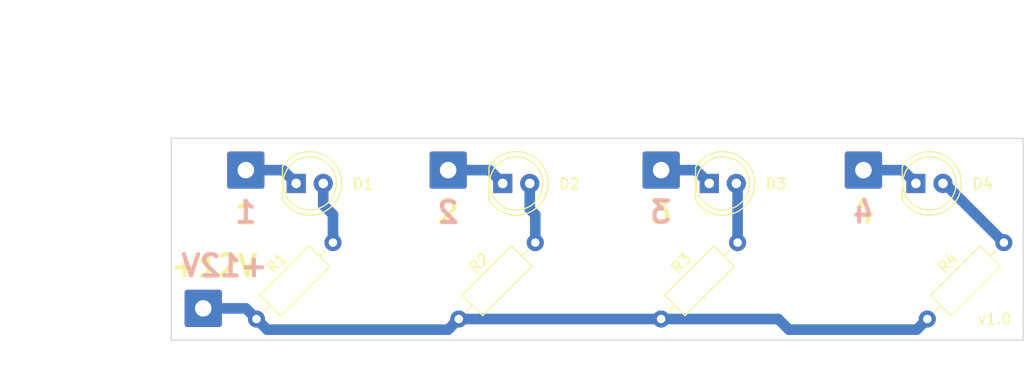
<source format=kicad_pcb>
(kicad_pcb (version 20211014) (generator pcbnew)
  (title_block (title "ABS Simulator LEDs b") (date "2022-09-22") (rev "${version}") (company "WTF eg") (comment 1 "author: marble") (comment 2 "project id: 2022019"))
  (layers (0 "F.Cu" signal) (31 "B.Cu" signal) (34 "B.Paste" user) (35 "F.Paste" user) (36 "B.SilkS" user "B.Silkscreen") (37 "F.SilkS" user "F.Silkscreen") (38 "B.Mask" user) (39 "F.Mask" user) (44 "Edge.Cuts" user))
  (property "version" "1.0")
  (net 0 "")
  (net 1 "Net-(D1-Pad1)")
  (net 2 "Net-(D1-Pad2)")
  (net 3 "Net-(D2-Pad1)")
  (net 4 "Net-(D2-Pad2)")
  (net 5 "Net-(D3-Pad1)")
  (net 6 "Net-(D3-Pad2)")
  (net 7 "Net-(D4-Pad1)")
  (net 8 "Net-(D4-Pad2)")
  (net 9 "+12V")
  (footprint "LED_THT:LED_D5.0mm" (layer "F.Cu") (at 149.93 85.25)
    (fp_text reference "D4" (at 6.27 0.04) (layer "F.SilkS"))
    (fp_text value "LED")
    (fp_line (start -1.29 -1.545) (end -1.29 1.545) (layer "F.SilkS") (width 0.12))
    (fp_arc (start 4.26 -0.000462) (mid 2.072002 2.880433) (end -1.29 1.54483) (layer "F.SilkS") (width 0.12))
    (fp_arc (start -1.29 -1.54483) (mid 2.072002 -2.880433) (end 4.26 0.000462) (layer "F.SilkS") (width 0.12))
    (fp_circle (center 1.27 0) (end 3.77 0) (layer "F.SilkS") (width 0.12) (fill none))
    (pad "1" thru_hole rect (at 0 0) (size 1.8 1.8) (drill 0.9) (layers *.Cu *.Mask) (net 7 "Net-(D4-Pad1)"))
    (pad "2" thru_hole circle (at 2.54 0) (size 1.8 1.8) (drill 0.9) (layers *.Cu *.Mask) (net 8 "Net-(D4-Pad2)"))
  )
  (footprint "MountingHole:MountingHole_4.5mm" (layer "F.Cu") (at 100.1 95.75)
    (fp_text reference "H1" hide)
    (fp_text value "MountingHole")
    (pad "" np_thru_hole circle (at 0 0) (size 4.5 4.5) (drill 4.5) (layers *.Cu *.Mask))
  )
  (footprint "Connector_Wire:SolderWire-0.75sqmm_1x01_D1.25mm_OD3.5mm" (layer "F.Cu") (at 145 84)
    (fp_text reference "J5" hide)
    (fp_text value "Conn_01x01")
    (pad "1" thru_hole roundrect (at 0 0) (size 3.5 3.5) (drill 1.55) (layers *.Cu *.Mask) (roundrect_rratio 0.07142914286) (net 7 "Net-(D4-Pad1)"))
  )
  (footprint "LED_THT:LED_D5.0mm" (layer "F.Cu") (at 91.73 85.25)
    (fp_text reference "D1" (at 6.27 0.04) (layer "F.SilkS"))
    (fp_text value "LED")
    (fp_line (start -1.29 -1.545) (end -1.29 1.545) (layer "F.SilkS") (width 0.12))
    (fp_arc (start 4.26 -0.000462) (mid 2.072002 2.880433) (end -1.29 1.54483) (layer "F.SilkS") (width 0.12))
    (fp_arc (start -1.29 -1.54483) (mid 2.072002 -2.880433) (end 4.26 0.000462) (layer "F.SilkS") (width 0.12))
    (fp_circle (center 1.27 0) (end 3.77 0) (layer "F.SilkS") (width 0.12) (fill none))
    (pad "1" thru_hole rect (at 0 0) (size 1.8 1.8) (drill 0.9) (layers *.Cu *.Mask) (net 1 "Net-(D1-Pad1)"))
    (pad "2" thru_hole circle (at 2.54 0) (size 1.8 1.8) (drill 0.9) (layers *.Cu *.Mask) (net 2 "Net-(D1-Pad2)"))
  )
  (footprint "Resistor_THT:R_Axial_DIN0207_L6.3mm_D2.5mm_P10.16mm_Horizontal" (layer "F.Cu") (at 107 98 45)
    (fp_text reference "R2" (at 5.08 -2.37 45) (layer "F.SilkS"))
    (fp_text value "680")
    (fp_line (start 1.81 -1.37) (end 1.81 1.37) (layer "F.SilkS") (width 0.12))
    (fp_line (start 8.35 1.37) (end 8.35 -1.37) (layer "F.SilkS") (width 0.12))
    (fp_line (start 9.12 0) (end 8.35 0) (layer "F.SilkS") (width 0.12))
    (fp_line (start 1.81 1.37) (end 8.35 1.37) (layer "F.SilkS") (width 0.12))
    (fp_line (start 8.35 -1.37) (end 1.81 -1.37) (layer "F.SilkS") (width 0.12))
    (fp_line (start 1.04 0) (end 1.81 0) (layer "F.SilkS") (width 0.12))
    (pad "1" thru_hole circle (at 0 0 45) (size 1.6 1.6) (drill 0.8) (layers *.Cu *.Mask) (net 9 "+12V"))
    (pad "2" thru_hole oval (at 10.16 0 45) (size 1.6 1.6) (drill 0.8) (layers *.Cu *.Mask) (net 4 "Net-(D2-Pad2)"))
  )
  (footprint "Resistor_THT:R_Axial_DIN0207_L6.3mm_D2.5mm_P10.16mm_Horizontal" (layer "F.Cu") (at 126 98 45)
    (fp_text reference "R3" (at 5.08 -2.37 45) (layer "F.SilkS"))
    (fp_text value "680")
    (fp_line (start 1.81 -1.37) (end 1.81 1.37) (layer "F.SilkS") (width 0.12))
    (fp_line (start 8.35 -1.37) (end 1.81 -1.37) (layer "F.SilkS") (width 0.12))
    (fp_line (start 8.35 1.37) (end 8.35 -1.37) (layer "F.SilkS") (width 0.12))
    (fp_line (start 9.12 0) (end 8.35 0) (layer "F.SilkS") (width 0.12))
    (fp_line (start 1.81 1.37) (end 8.35 1.37) (layer "F.SilkS") (width 0.12))
    (fp_line (start 1.04 0) (end 1.81 0) (layer "F.SilkS") (width 0.12))
    (pad "1" thru_hole circle (at 0 0 45) (size 1.6 1.6) (drill 0.8) (layers *.Cu *.Mask) (net 9 "+12V"))
    (pad "2" thru_hole oval (at 10.16 0 45) (size 1.6 1.6) (drill 0.8) (layers *.Cu *.Mask) (net 6 "Net-(D3-Pad2)"))
  )
  (footprint "Connector_Wire:SolderWire-0.75sqmm_1x01_D1.25mm_OD3.5mm" (layer "F.Cu") (at 83 97)
    (fp_text reference "J1" hide)
    (fp_text value "Conn_01x01")
    (pad "1" thru_hole roundrect (at 0 0) (size 3.5 3.5) (drill 1.55) (layers *.Cu *.Mask) (roundrect_rratio 0.07142914286) (net 9 "+12V"))
  )
  (footprint "MountingHole:MountingHole_4.5mm" (layer "F.Cu") (at 144.1 95.75)
    (fp_text reference "H2" hide)
    (fp_text value "MountingHole")
    (pad "" np_thru_hole circle (at 0 0) (size 4.5 4.5) (drill 4.5) (layers *.Cu *.Mask))
  )
  (footprint "Resistor_THT:R_Axial_DIN0207_L6.3mm_D2.5mm_P10.16mm_Horizontal" (layer "F.Cu") (at 88 98 45)
    (fp_text reference "R1" (at 5.08 -2.37 45) (layer "F.SilkS"))
    (fp_text value "680")
    (fp_line (start 9.12 0) (end 8.35 0) (layer "F.SilkS") (width 0.12))
    (fp_line (start 1.04 0) (end 1.81 0) (layer "F.SilkS") (width 0.12))
    (fp_line (start 1.81 -1.37) (end 1.81 1.37) (layer "F.SilkS") (width 0.12))
    (fp_line (start 8.35 -1.37) (end 1.81 -1.37) (layer "F.SilkS") (width 0.12))
    (fp_line (start 8.35 1.37) (end 8.35 -1.37) (layer "F.SilkS") (width 0.12))
    (fp_line (start 1.81 1.37) (end 8.35 1.37) (layer "F.SilkS") (width 0.12))
    (pad "1" thru_hole circle (at 0 0 45) (size 1.6 1.6) (drill 0.8) (layers *.Cu *.Mask) (net 9 "+12V"))
    (pad "2" thru_hole oval (at 10.16 0 45) (size 1.6 1.6) (drill 0.8) (layers *.Cu *.Mask) (net 2 "Net-(D1-Pad2)"))
  )
  (footprint "Resistor_THT:R_Axial_DIN0207_L6.3mm_D2.5mm_P10.16mm_Horizontal" (layer "F.Cu") (at 151 98 45)
    (fp_text reference "R4" (at 5.08 -2.37 45) (layer "F.SilkS"))
    (fp_text value "680")
    (fp_line (start 1.04 0) (end 1.81 0) (layer "F.SilkS") (width 0.12))
    (fp_line (start 1.81 -1.37) (end 1.81 1.37) (layer "F.SilkS") (width 0.12))
    (fp_line (start 8.35 -1.37) (end 1.81 -1.37) (layer "F.SilkS") (width 0.12))
    (fp_line (start 1.81 1.37) (end 8.35 1.37) (layer "F.SilkS") (width 0.12))
    (fp_line (start 8.35 1.37) (end 8.35 -1.37) (layer "F.SilkS") (width 0.12))
    (fp_line (start 9.12 0) (end 8.35 0) (layer "F.SilkS") (width 0.12))
    (pad "1" thru_hole circle (at 0 0 45) (size 1.6 1.6) (drill 0.8) (layers *.Cu *.Mask) (net 9 "+12V"))
    (pad "2" thru_hole oval (at 10.16 0 45) (size 1.6 1.6) (drill 0.8) (layers *.Cu *.Mask) (net 8 "Net-(D4-Pad2)"))
  )
  (footprint "Connector_Wire:SolderWire-0.75sqmm_1x01_D1.25mm_OD3.5mm" (layer "F.Cu") (at 87 84)
    (fp_text reference "J2" hide)
    (fp_text value "Conn_01x01")
    (pad "1" thru_hole roundrect (at 0 0) (size 3.5 3.5) (drill 1.55) (layers *.Cu *.Mask) (roundrect_rratio 0.07142914286) (net 1 "Net-(D1-Pad1)"))
  )
  (footprint "LED_THT:LED_D5.0mm" (layer "F.Cu") (at 130.525 85.25)
    (fp_text reference "D3" (at 6.27 0.04) (layer "F.SilkS"))
    (fp_text value "LED")
    (fp_line (start -1.29 -1.545) (end -1.29 1.545) (layer "F.SilkS") (width 0.12))
    (fp_arc (start 4.26 -0.000462) (mid 2.072002 2.880433) (end -1.29 1.54483) (layer "F.SilkS") (width 0.12))
    (fp_arc (start -1.29 -1.54483) (mid 2.072002 -2.880433) (end 4.26 0.000462) (layer "F.SilkS") (width 0.12))
    (fp_circle (center 1.27 0) (end 3.77 0) (layer "F.SilkS") (width 0.12) (fill none))
    (pad "1" thru_hole rect (at 0 0) (size 1.8 1.8) (drill 0.9) (layers *.Cu *.Mask) (net 5 "Net-(D3-Pad1)"))
    (pad "2" thru_hole circle (at 2.54 0) (size 1.8 1.8) (drill 0.9) (layers *.Cu *.Mask) (net 6 "Net-(D3-Pad2)"))
  )
  (footprint "Connector_Wire:SolderWire-0.75sqmm_1x01_D1.25mm_OD3.5mm" (layer "F.Cu") (at 126 84)
    (fp_text reference "J4" hide)
    (fp_text value "Conn_01x01")
    (pad "1" thru_hole roundrect (at 0 0) (size 3.5 3.5) (drill 1.55) (layers *.Cu *.Mask) (roundrect_rratio 0.07142914286) (net 5 "Net-(D3-Pad1)"))
  )
  (footprint "LED_THT:LED_D5.0mm" (layer "F.Cu") (at 111.125 85.25)
    (fp_text reference "D2" (at 6.27 0.04) (layer "F.SilkS"))
    (fp_text value "LED")
    (fp_line (start -1.29 -1.545) (end -1.29 1.545) (layer "F.SilkS") (width 0.12))
    (fp_arc (start 4.26 -0.000462) (mid 2.072002 2.880433) (end -1.29 1.54483) (layer "F.SilkS") (width 0.12))
    (fp_arc (start -1.29 -1.54483) (mid 2.072002 -2.880433) (end 4.26 0.000462) (layer "F.SilkS") (width 0.12))
    (fp_circle (center 1.27 0) (end 3.77 0) (layer "F.SilkS") (width 0.12) (fill none))
    (pad "1" thru_hole rect (at 0 0) (size 1.8 1.8) (drill 0.9) (layers *.Cu *.Mask) (net 3 "Net-(D2-Pad1)"))
    (pad "2" thru_hole circle (at 2.54 0) (size 1.8 1.8) (drill 0.9) (layers *.Cu *.Mask) (net 4 "Net-(D2-Pad2)"))
  )
  (footprint "Connector_Wire:SolderWire-0.75sqmm_1x01_D1.25mm_OD3.5mm" (layer "F.Cu") (at 106 84)
    (fp_text reference "J3" hide)
    (fp_text value "Conn_01x01")
    (pad "1" thru_hole roundrect (at 0 0) (size 3.5 3.5) (drill 1.55) (layers *.Cu *.Mask) (roundrect_rratio 0.07142914286) (net 3 "Net-(D2-Pad1)"))
  )
  (gr_rect (start 80 100) (end 160 81) (layer "Edge.Cuts") (width 0.1) (fill none))
  (gr_text "2" (at 106.000011 87.969677) (layer "B.SilkS") (effects (font (size 2 2) (thickness 0.4)) (justify mirror)))
  (gr_text "3" (at 125.961719 87.9348) (layer "B.SilkS") (effects (font (size 2 2) (thickness 0.4)) (justify mirror)))
  (gr_text "1" (at 86.984425 87.965123) (layer "B.SilkS") (effects (font (size 2 2) (thickness 0.4)) (justify mirror)))
  (gr_text "+12V" (at 85 93) (layer "B.SilkS") (effects (font (size 2 2) (thickness 0.4)) (justify mirror)))
  (gr_text "4" (at 144.980639 87.949818) (layer "B.SilkS") (effects (font (size 2 2) (thickness 0.4)) (justify mirror)))
  (gr_text "1" (at 87 88) (layer "F.SilkS") (effects (font (size 2 2) (thickness 0.4))))
  (gr_text "3" (at 125.999989 87.969677) (layer "F.SilkS") (effects (font (size 2 2) (thickness 0.4))))
  (gr_text "2" (at 105.999989 87.969677) (layer "F.SilkS") (effects (font (size 2 2) (thickness 0.4))))
  (gr_text "+12V" (at 84 93) (layer "F.SilkS") (effects (font (size 2 2) (thickness 0.4))))
  (gr_text "v${version}" (at 159 98) (layer "F.SilkS") (effects (font (size 1 1)) (justify right)))
  (gr_text "4" (at 145.019361 87.949818) (layer "F.SilkS") (effects (font (size 2 2) (thickness 0.4))))
  (segment (start 91.73 85.25) (end 90.48 84) (width 1) (layer "B.Cu") (net 1))
  (segment (start 90.48 84) (end 87 84) (width 1) (layer "B.Cu") (net 1))
  (segment (start 94.27 87.27) (end 95.184205 88.184205) (width 1) (layer "B.Cu") (net 2))
  (segment (start 94.27 85.25) (end 94.27 87.27) (width 1) (layer "B.Cu") (net 2))
  (segment (start 95.184205 90.815795) (end 95.184205 88.184205) (width 1) (layer "B.Cu") (net 2))
  (segment (start 109.875 84) (end 106 84) (width 1) (layer "B.Cu") (net 3))
  (segment (start 111.125 85.25) (end 109.875 84) (width 1) (layer "B.Cu") (net 3))
  (segment (start 113.665 87.665) (end 114.184205 88.184205) (width 1) (layer "B.Cu") (net 4))
  (segment (start 113.665 85.25) (end 113.665 87.665) (width 1) (layer "B.Cu") (net 4))
  (segment (start 114.184205 90.815795) (end 114.184205 88.184205) (width 1) (layer "B.Cu") (net 4))
  (segment (start 130.525 85.25) (end 129.275 84) (width 1) (layer "B.Cu") (net 5))
  (segment (start 129.275 84) (end 126 84) (width 1) (layer "B.Cu") (net 5))
  (segment (start 133.184205 90.815795) (end 133.184205 85.369205) (width 1) (layer "B.Cu") (net 6))
  (segment (start 133.184205 85.369205) (end 133.065 85.25) (width 1) (layer "B.Cu") (net 6))
  (segment (start 148.68 84) (end 145 84) (width 1) (layer "B.Cu") (net 7))
  (segment (start 149.93 85.25) (end 148.68 84) (width 1) (layer "B.Cu") (net 7))
  (segment (start 152.61841 85.25) (end 152.47 85.25) (width 1) (layer "B.Cu") (net 8))
  (segment (start 158.184205 90.815795) (end 152.61841 85.25) (width 1) (layer "B.Cu") (net 8))
  (segment (start 150 99) (end 151 98) (width 1) (layer "B.Cu") (net 9))
  (segment (start 83 97) (end 87 97) (width 1) (layer "B.Cu") (net 9))
  (segment (start 89 99) (end 106 99) (width 1) (layer "B.Cu") (net 9))
  (segment (start 137 98) (end 138 99) (width 1) (layer "B.Cu") (net 9))
  (segment (start 126 98) (end 137 98) (width 1) (layer "B.Cu") (net 9))
  (segment (start 88 98) (end 89 99) (width 1) (layer "B.Cu") (net 9))
  (segment (start 138 99) (end 150 99) (width 1) (layer "B.Cu") (net 9))
  (segment (start 106 99) (end 107 98) (width 1) (layer "B.Cu") (net 9))
  (segment (start 87 97) (end 88 98) (width 1) (layer "B.Cu") (net 9))
  (segment (start 107 98) (end 126 98) (width 1) (layer "B.Cu") (net 9))
)
</source>
